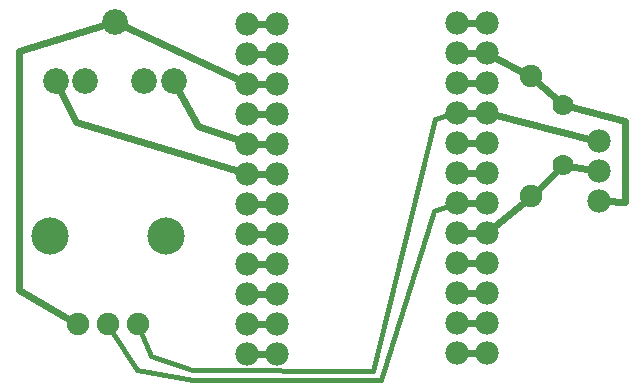
<source format=gbl>
G04 MADE WITH FRITZING*
G04 WWW.FRITZING.ORG*
G04 DOUBLE SIDED*
G04 HOLES PLATED*
G04 CONTOUR ON CENTER OF CONTOUR VECTOR*
%ASAXBY*%
%FSLAX23Y23*%
%MOIN*%
%OFA0B0*%
%SFA1.0B1.0*%
%ADD10C,0.086000*%
%ADD11C,0.070000*%
%ADD12C,0.075000*%
%ADD13C,0.124033*%
%ADD14C,0.074667*%
%ADD15C,0.074695*%
%ADD16C,0.078000*%
%ADD17C,0.024000*%
%ADD18C,0.016000*%
%LNCOPPER0*%
G90*
G70*
G54D10*
X415Y1214D03*
X514Y1017D03*
X612Y1017D03*
X317Y1017D03*
X218Y1017D03*
G54D11*
X1910Y936D03*
X1910Y736D03*
G54D12*
X1802Y1033D03*
X1802Y633D03*
G54D13*
X586Y502D03*
X198Y502D03*
G54D14*
X292Y206D03*
X392Y206D03*
G54D15*
X492Y206D03*
G54D16*
X2029Y818D03*
X2029Y718D03*
X2029Y618D03*
X1655Y111D03*
X1655Y211D03*
X1655Y311D03*
X1655Y411D03*
X1655Y511D03*
X1655Y611D03*
X1655Y711D03*
X1655Y811D03*
X1655Y911D03*
X1655Y1011D03*
X1655Y1111D03*
X1655Y1211D03*
X1655Y111D03*
X1655Y211D03*
X1655Y311D03*
X1655Y411D03*
X1655Y511D03*
X1655Y611D03*
X1655Y711D03*
X1655Y811D03*
X1655Y911D03*
X1655Y1011D03*
X1655Y1111D03*
X1655Y1211D03*
X1555Y1211D03*
X1555Y1111D03*
X1555Y1011D03*
X1555Y911D03*
X1555Y811D03*
X1555Y711D03*
X1555Y611D03*
X1555Y511D03*
X1555Y411D03*
X1555Y311D03*
X1555Y211D03*
X1555Y111D03*
X956Y109D03*
X956Y209D03*
X956Y309D03*
X956Y409D03*
X956Y509D03*
X956Y609D03*
X956Y709D03*
X956Y809D03*
X956Y909D03*
X956Y1009D03*
X956Y1109D03*
X956Y1209D03*
X956Y109D03*
X956Y209D03*
X956Y309D03*
X956Y409D03*
X956Y509D03*
X956Y609D03*
X956Y709D03*
X956Y809D03*
X956Y909D03*
X956Y1009D03*
X956Y1109D03*
X956Y1209D03*
X856Y1209D03*
X856Y1109D03*
X856Y1009D03*
X856Y909D03*
X856Y809D03*
X856Y709D03*
X856Y609D03*
X856Y509D03*
X856Y409D03*
X856Y309D03*
X856Y209D03*
X856Y109D03*
G54D17*
X1574Y511D02*
X1636Y511D01*
D02*
X1574Y611D02*
X1636Y611D01*
D02*
X875Y1209D02*
X937Y1209D01*
D02*
X693Y868D02*
X624Y995D01*
D02*
X838Y816D02*
X693Y868D01*
G54D18*
D02*
X403Y189D02*
X491Y53D01*
D02*
X491Y53D02*
X675Y20D01*
D02*
X675Y20D02*
X1303Y20D01*
D02*
X1303Y20D02*
X1479Y584D01*
D02*
X1479Y584D02*
X1537Y605D01*
D02*
X500Y187D02*
X536Y101D01*
D02*
X536Y101D02*
X673Y53D01*
D02*
X673Y53D02*
X1275Y52D01*
D02*
X1275Y52D02*
X1482Y890D01*
D02*
X1482Y890D02*
X1537Y906D01*
G54D17*
D02*
X875Y1009D02*
X937Y1009D01*
D02*
X875Y609D02*
X937Y609D01*
D02*
X1574Y411D02*
X1636Y411D01*
D02*
X1574Y711D02*
X1636Y711D01*
D02*
X1574Y311D02*
X1636Y311D01*
D02*
X875Y1109D02*
X937Y1109D01*
D02*
X1574Y911D02*
X1636Y911D01*
D02*
X1786Y1041D02*
X1672Y1102D01*
D02*
X1899Y726D02*
X1815Y645D01*
D02*
X875Y909D02*
X937Y909D01*
D02*
X1574Y1011D02*
X1636Y1011D01*
D02*
X875Y109D02*
X937Y109D01*
D02*
X875Y209D02*
X937Y209D01*
D02*
X285Y880D02*
X230Y994D01*
D02*
X838Y715D02*
X285Y880D01*
D02*
X1574Y211D02*
X1636Y211D01*
D02*
X1574Y811D02*
X1636Y811D01*
D02*
X1574Y1211D02*
X1636Y1211D01*
D02*
X875Y509D02*
X937Y509D01*
D02*
X1574Y111D02*
X1636Y111D01*
D02*
X1574Y1111D02*
X1636Y1111D01*
D02*
X875Y809D02*
X937Y809D01*
D02*
X1788Y621D02*
X1670Y523D01*
D02*
X1899Y946D02*
X1815Y1021D01*
D02*
X875Y409D02*
X937Y409D01*
D02*
X839Y1017D02*
X438Y1204D01*
D02*
X875Y709D02*
X937Y709D01*
D02*
X875Y309D02*
X937Y309D01*
D02*
X391Y1207D02*
X96Y1118D01*
D02*
X96Y1118D02*
X96Y320D01*
D02*
X96Y320D02*
X274Y217D01*
D02*
X2011Y822D02*
X1674Y907D01*
D02*
X2010Y721D02*
X1925Y734D01*
D02*
X2115Y615D02*
X2115Y884D01*
D02*
X2115Y884D02*
X1925Y933D01*
D02*
X2048Y617D02*
X2115Y615D01*
G04 End of Copper0*
M02*
</source>
